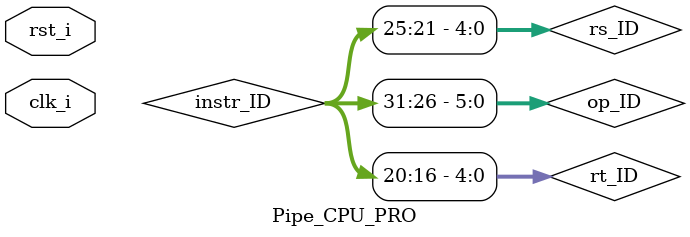
<source format=v>

`include "Adder.v"
`include "ALU_Ctrl.v"
`include "ALU.v"
`include "Data_Memory.v"
`include "Decoder.v"
`include "Forwarding_Unit.v"
`include "Hazard_Detection.v"
`include "Instruction_Memory.v"
`include "MUX_2to1.v"
`include "MUX_3to1.v"
`include "Reg_File.v"
`include "Shift_Left_Two_32.v"
`include "Sign_Extend.v"
`include "Pipe_Reg.v"
`include "ProgramCounter.v"

`timescale 1ns / 1ps

module Pipe_CPU_PRO(
    clk_i,
    rst_i
);
    
input clk_i;
input rst_i;

// TO DO
//TODO IF stage 
wire [31:0] pc_now, pc_calc_next, pc_plus4, instr_IF;
wire pcwrite;

ProgramCounter PC(
    .clk_i  (clk_i),
    .rst_i  (rst_i),
    .pc_write (pcwrite), //control by hazard detection
    .pc_in_i(pc_calc_next),
    .pc_out_o(pc_now)
);

Adder PCplus4(
    .src1_i (pc_now),
    .src2_i (32'd4),
    .sum_o  (pc_plus4)
);

Instruction_Memory IM(
    .addr_i (pc_now),
    .instr_o(instr_IF)
);

//TODO IF/ID pipeline resigter 
wire [31:0] pc_now_ID, instr_ID;
wire        ifid_write, ifid_flush;
wire        idex_flush, exmem_flush;

wire [63:0] IFID_bus_out;

Pipe_Reg #(.size(32+32)) IF_ID (
    .clk_i (clk_i), .rst_i(rst_i),
    .flush (ifid_flush),
    .write (ifid_write),     
    .data_i({pc_now, instr_IF}),
    .data_o({pc_now_ID, instr_ID})
);

// PC hold when pcwrite==0
wire [31:0] pc_after_branch;
assign pc_calc_next = pc_after_branch;

//TODO ID stage 
wire [5:0]  op_ID     = instr_ID[31:26];
wire [4:0]  rs_ID     = instr_ID[25:21];
wire [4:0]  rt_ID     = instr_ID[20:16];
wire [4:0]  rd_ID     = instr_ID[15:11];
wire [15:0] imm_ID    = instr_ID[15:0];
wire [5:0]  funct_ID  = instr_ID[5:0];

wire [31:0] rd1_ID, rd2_ID, imm_sext_ID;
wire [1:0]  ALUOp_ID;
wire        ALUSrc_ID, RegWrite_ID, RegDst_ID, Branch_ID;
wire        MemRead_ID, MemWrite_ID, MemtoReg_ID, BranchType_ID;

// Decoder
Decoder DEC(
    .instr_op_i  (op_ID),
    .ALUOp_o     (ALUOp_ID),
    .ALUSrc_o    (ALUSrc_ID),
    .RegWrite_o  (RegWrite_ID),
    .RegDst_o    (RegDst_ID),
    .Branch_o    (Branch_ID),
    .MemRead_o   (MemRead_ID),
    .MemWrite_o  (MemWrite_ID),
    .MemtoReg_o  (MemtoReg_ID),
    .BranchType_o(BranchType_ID)
);

wire [31:0] wb_data_WB;
wire [4:0]  write_reg_WB;
wire        RegWrite_WB;

// Register File
Reg_File RF(
    .clk_i      (clk_i),
    .rst_i      (rst_i),
    .RSaddr_i   (rs_ID),
    .RTaddr_i   (rt_ID),
    .RDaddr_i   (write_reg_WB),
    .RDdata_i   (wb_data_WB),
    .RegWrite_i (RegWrite_WB),
    .RSdata_o   (rd1_ID),
    .RTdata_o   (rd2_ID)
);

Sign_Extend SE(
    .data_i(imm_ID), 
    .data_o(imm_sext_ID)
);

// Hazard Detection unit
wire [4:0] ID_EX_RT_for_hzd;
wire       ID_EX_MemRead_for_hzd;
wire       take_branch; // from MEM stage

Hazard_Detection HDU(
    .memread    (ID_EX_MemRead_for_hzd),
    .instr_i    (instr_ID),
    .idex_regt  (ID_EX_RT_for_hzd),
    .branch     (take_branch),
    .pcwrite    (pcwrite),
    .ifid_write (ifid_write),
    .ifid_flush (ifid_flush),
    .idex_flush (idex_flush),
    .exmem_flush(exmem_flush)
);

//TODO ID/EX pipeline resigter
// datapath
wire [31:0] rd1_EX, rd2_EX, imm_EX, sl2_EX, pc_now_EX;
wire [4:0]  rs_EX, rt_EX, rd_EX;
wire [5:0]  funct_EX;
// control (raw)
wire [1:0]  ALUOp_EX_raw;
wire        ALUSrc_EX_raw, RegWrite_EX_raw, RegDst_EX_raw;
wire        MemRead_EX_raw, MemWrite_EX_raw, MemtoReg_EX_raw;
wire        Branch_EX_raw, BranchType_EX_raw;
// control after flush
wire [1:0]  ALUOp_EX;
wire        ALUSrc_EX, RegWrite_EX, RegDst_EX;
wire        MemRead_EX, MemWrite_EX, MemtoReg_EX;
wire        Branch_EX, BranchType_EX;

Pipe_Reg #(.size(32+32+32+5+5+5+6+2+1+1+1+1+1+1+32+1+1)) ID_EX (
    .clk_i (clk_i), .rst_i(rst_i),
    .flush (idex_flush), // flush on  load-use or branch 
    .write (1'b1), // No stall
    .data_i({rd1_ID, rd2_ID, imm_sext_ID, rs_ID, rt_ID, rd_ID, funct_ID, ALUOp_ID,
             ALUSrc_ID, RegWrite_ID, MemRead_ID, MemWrite_ID, RegDst_ID, MemtoReg_ID,
             pc_now_ID, Branch_ID, BranchType_ID}),
    .data_o({rd1_EX, rd2_EX, imm_EX,       rs_EX, rt_EX, rd_EX, funct_EX, ALUOp_EX_raw,
             ALUSrc_EX_raw, RegWrite_EX_raw, MemRead_EX_raw, MemWrite_EX_raw, RegDst_EX_raw, MemtoReg_EX_raw,
             pc_now_EX, Branch_EX_raw, BranchType_EX_raw})
);

// raw control
assign ALUOp_EX      = ALUOp_EX_raw;
assign ALUSrc_EX     = ALUSrc_EX_raw;
assign RegWrite_EX   = RegWrite_EX_raw;
assign MemRead_EX    = MemRead_EX_raw;
assign MemWrite_EX   = MemWrite_EX_raw;
assign RegDst_EX     = RegDst_EX_raw;
assign MemtoReg_EX   = MemtoReg_EX_raw;
assign Branch_EX     = Branch_EX_raw;
assign BranchType_EX = BranchType_EX_raw;

// 暴露給 HDU
assign ID_EX_RT_for_hzd      = rt_EX;
assign ID_EX_MemRead_for_hzd = MemRead_EX;

//TODO EX stage 
wire [3:0]  ALUctrl_EX;
wire [31:0] alu_srcA_EX, alu_srcB_EX, alu_res_EX;
wire        zero_EX;
wire [4:0]  write_reg_EX;
wire [31:0] branch_target_EX;

Shift_Left_Two_32 SL2_EX(
    .data_i(imm_EX),
    .data_o(sl2_EX)
);

Adder BranchAdder(
    .src1_i(pc_now_EX),
    .src2_i(sl2_EX),
    .sum_o (branch_target_EX)
);

ALU_Ctrl ALUCTRL(
    .ALUOp_i   (ALUOp_EX),
    .funct_i   (funct_EX),
    .ALUCtrl_o (ALUctrl_EX)
);

MUX_2to1 #(5) RegDstMux(
    .data0_i (rt_EX),
    .data1_i (rd_EX),
    .select_i(RegDst_EX),
    .data_o  (write_reg_EX)
);

// Forwarding Unit
wire [1:0] forwarda, forwardb;

Forwarding_Unit FU(
    .regwrite_mem(RegWrite_MEM),
    .regwrite_wb (RegWrite_WB),
    .idex_regs   (rs_EX),
    .idex_regt   (rt_EX),
    .exmem_regd  (write_reg_MEM),
    .memwb_regd  (write_reg_WB),
    .forwarda    (forwarda),
    .forwardb    (forwardb)
);

// MUX for forwarding rs
MUX_3to1 #(32) FwdMuxA(
    .data0_i (rd1_EX),
    .data1_i (wb_data_WB),
    .data2_i (alu_res_MEM),
    .select_i(forwarda),
    .data_o  (alu_srcA_EX)
);

// MUX for forwarding rt
wire [31:0] rt_data_fwd_EX;
MUX_3to1 #(32) FwdMuxB(
    .data0_i (rd2_EX),
    .data1_i (wb_data_WB),
    .data2_i (alu_res_MEM),
    .select_i(forwardb),
    .data_o  (rt_data_fwd_EX)
);

// ALUSrc mux: imm vs forwarded RT
MUX_2to1 #(32) ALUSrcBMux(
    .data0_i (rt_data_fwd_EX),
    .data1_i (imm_EX),
    .select_i(ALUSrc_EX),
    .data_o  (alu_srcB_EX)
);

ALU ALU0(
    .src1_i  (alu_srcA_EX),
    .src2_i  (alu_srcB_EX),
    .ctrl_i  (ALUctrl_EX),
    .result_o(alu_res_EX),
    .zero_o  (zero_EX)
);

//TODO EX/MEM pipeline resigter
wire [31:0] rd2_MEM;
wire        Branch_MEM, BranchType_MEM;
wire        RegWrite_MEM, MemRead_MEM, MemWrite_MEM, MemtoReg_MEM;
wire [4:0]  write_reg_MEM;
wire [31:0] alu_res_MEM, branch_target_MEM;

Pipe_Reg #(.size(32+32+1+32+1+1+1+1+1+1+5)) EX_MEM (
    .clk_i (clk_i), .rst_i(rst_i),
    .flush (exmem_flush),  // Hazard Detection control exmem_flush
    .write (1'b1),
    .data_i({alu_res_EX, rt_data_fwd_EX, zero_EX, branch_target_EX, Branch_EX, BranchType_EX,
             RegWrite_EX, MemRead_EX, MemWrite_EX, MemtoReg_EX, write_reg_EX}),
    .data_o({alu_res_MEM, rd2_MEM,      zero_MEM, branch_target_MEM, Branch_MEM, BranchType_MEM,
             RegWrite_MEM, MemRead_MEM, MemWrite_MEM, MemtoReg_MEM, write_reg_MEM})
);

//TODO MEM stage 
wire [31:0] dmem_rd_MEM;

Data_Memory DM(
    .clk_i     (clk_i),
    .addr_i    (alu_res_MEM),
    .data_i    (rd2_MEM),
    .MemRead_i (MemRead_MEM),
    .MemWrite_i(MemWrite_MEM),
    .data_o    (dmem_rd_MEM)
);

// branch in MEM：Branch & (Zero ^ BranchType)
assign take_branch     = Branch_MEM & (zero_MEM ^ BranchType_MEM);
assign pc_after_branch = take_branch ? branch_target_MEM : pc_plus4;

//TODO MEM/WB pipeline resigter
wire [31:0] alu_res_WB, dmem_rd_WB;
wire        MemtoReg_WB, RegWrite_WB_int;

Pipe_Reg #(.size(32+32+1+1+5)) MEM_WB (
    .clk_i (clk_i), .rst_i(rst_i),
    .flush (1'b0),
    .write (1'b1),
    .data_i({alu_res_MEM, dmem_rd_MEM, MemtoReg_MEM, RegWrite_MEM, write_reg_MEM}),
    .data_o({alu_res_WB,  dmem_rd_WB,  MemtoReg_WB,  RegWrite_WB_int, write_reg_WB })
);

//TODO WB stage 
MUX_2to1 #(32) MemtoRegMux(
    .data0_i(alu_res_WB), 
    .data1_i(dmem_rd_WB), 
    .select_i(MemtoReg_WB), 
    .data_o(wb_data_WB)
);
assign RegWrite_WB = RegWrite_WB_int;


endmodule
</source>
